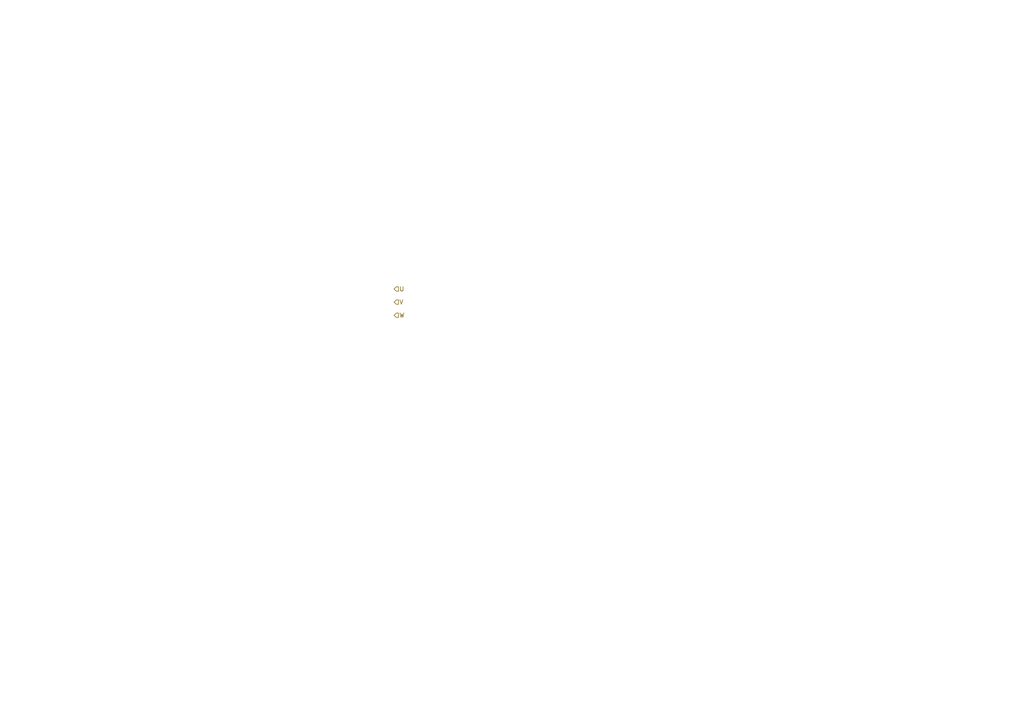
<source format=kicad_sch>
(kicad_sch (version 20230121) (generator eeschema)

  (uuid a187d183-be2e-4b61-ac84-465f60e82554)

  (paper "A4")

  (lib_symbols
  )


  (hierarchical_label "U" (shape input) (at 114.3 83.82 0) (fields_autoplaced)
    (effects (font (size 1.27 1.27)) (justify left))
    (uuid 423f288d-c6bc-4258-87b6-889424249ee3)
  )
  (hierarchical_label "W" (shape input) (at 114.3 91.44 0) (fields_autoplaced)
    (effects (font (size 1.27 1.27)) (justify left))
    (uuid 42a126b2-45c7-4d49-8796-9e0ec31f5138)
  )
  (hierarchical_label "V" (shape input) (at 114.3 87.63 0) (fields_autoplaced)
    (effects (font (size 1.27 1.27)) (justify left))
    (uuid 5fa0689b-ec91-419c-aa6f-d566b434dd9f)
  )
)

</source>
